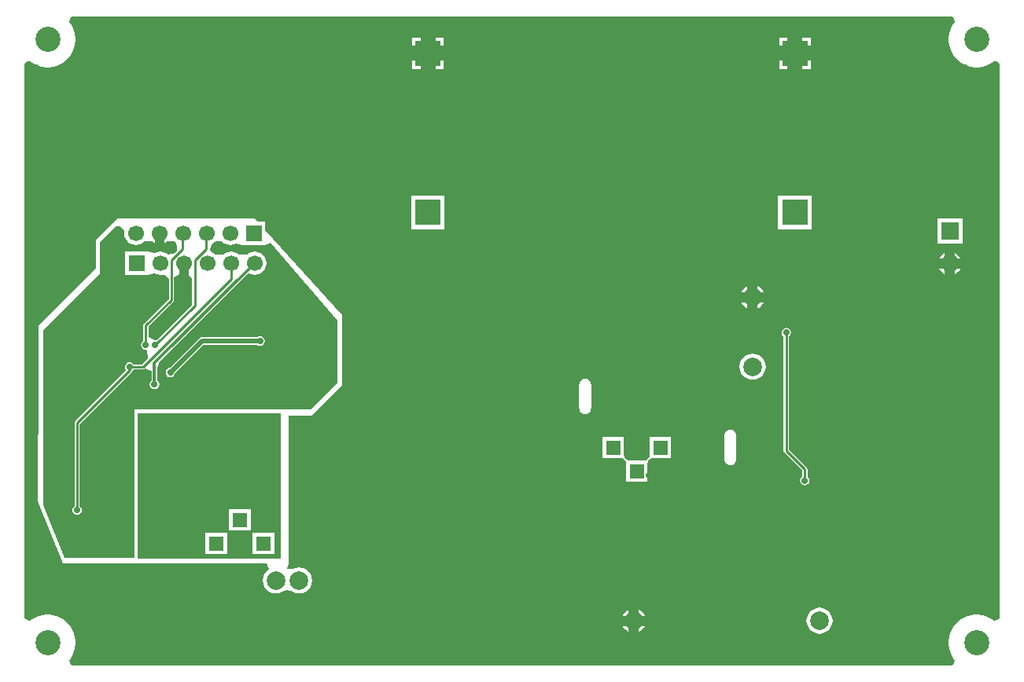
<source format=gbl>
G04 Layer_Physical_Order=2*
G04 Layer_Color=16711680*
%FSLAX43Y43*%
%MOMM*%
G71*
G01*
G75*
%ADD51C,0.500*%
%ADD52C,0.254*%
%ADD54C,0.300*%
%ADD56C,1.900*%
%ADD57R,1.900X1.900*%
%ADD58C,2.000*%
%ADD59R,1.500X1.500*%
%ADD60R,2.800X2.800*%
%ADD61C,2.700*%
%ADD62C,1.700*%
%ADD63R,1.700X1.700*%
%ADD64C,0.700*%
G36*
X150853Y107196D02*
X150927Y106900D01*
X150750Y106670D01*
X150554Y106330D01*
X150403Y105966D01*
X150301Y105587D01*
X150250Y105197D01*
Y104803D01*
X150301Y104413D01*
X150403Y104034D01*
X150554Y103670D01*
X150750Y103330D01*
X150990Y103018D01*
X151268Y102740D01*
X151580Y102500D01*
X151920Y102304D01*
X152284Y102153D01*
X152663Y102051D01*
X153053Y102000D01*
X153447D01*
X153837Y102051D01*
X154216Y102153D01*
X154580Y102304D01*
X154920Y102500D01*
X155150Y102677D01*
X155446Y102603D01*
X155750Y102409D01*
Y42591D01*
X155446Y42397D01*
X155150Y42323D01*
X154920Y42500D01*
X154580Y42696D01*
X154216Y42847D01*
X153837Y42949D01*
X153447Y43000D01*
X153053D01*
X152663Y42949D01*
X152284Y42847D01*
X151920Y42696D01*
X151580Y42500D01*
X151268Y42260D01*
X150990Y41982D01*
X150750Y41670D01*
X150554Y41330D01*
X150403Y40966D01*
X150301Y40587D01*
X150250Y40197D01*
Y39803D01*
X150301Y39413D01*
X150403Y39034D01*
X150554Y38670D01*
X150750Y38330D01*
X150927Y38100D01*
X150853Y37804D01*
X150659Y37500D01*
X55841D01*
X55647Y37804D01*
X55573Y38100D01*
X55750Y38330D01*
X55946Y38670D01*
X56097Y39034D01*
X56199Y39413D01*
X56250Y39803D01*
Y40197D01*
X56199Y40587D01*
X56097Y40966D01*
X55946Y41330D01*
X55750Y41670D01*
X55510Y41982D01*
X55232Y42260D01*
X54920Y42500D01*
X54580Y42696D01*
X54216Y42847D01*
X53837Y42949D01*
X53447Y43000D01*
X53053D01*
X52663Y42949D01*
X52284Y42847D01*
X51920Y42696D01*
X51580Y42500D01*
X51350Y42323D01*
X51054Y42397D01*
X50750Y42591D01*
X50750Y72250D01*
D01*
Y75500D01*
D01*
Y102409D01*
X51054Y102603D01*
X51350Y102677D01*
X51580Y102500D01*
X51920Y102304D01*
X52284Y102153D01*
X52663Y102051D01*
X53053Y102000D01*
X53447D01*
X53837Y102051D01*
X54216Y102153D01*
X54580Y102304D01*
X54920Y102500D01*
X55232Y102740D01*
X55510Y103018D01*
X55750Y103330D01*
X55946Y103670D01*
X56097Y104034D01*
X56199Y104413D01*
X56250Y104803D01*
Y105197D01*
X56199Y105587D01*
X56097Y105966D01*
X55946Y106330D01*
X55750Y106670D01*
X55573Y106900D01*
X55647Y107196D01*
X55841Y107500D01*
X150659D01*
X150853Y107196D01*
D02*
G37*
%LPC*%
G36*
X129143Y71137D02*
X128778Y71089D01*
X128437Y70948D01*
X128145Y70723D01*
X127920Y70431D01*
X127779Y70090D01*
X127731Y69725D01*
X127779Y69360D01*
X127920Y69019D01*
X128145Y68727D01*
X128437Y68502D01*
X128778Y68361D01*
X129143Y68313D01*
X129508Y68361D01*
X129849Y68502D01*
X130142Y68727D01*
X130366Y69019D01*
X130507Y69360D01*
X130555Y69725D01*
X130507Y70090D01*
X130366Y70431D01*
X130142Y70723D01*
X129849Y70948D01*
X129508Y71089D01*
X129143Y71137D01*
D02*
G37*
G36*
X120375Y62170D02*
X118075D01*
Y60410D01*
X118075Y60259D01*
X118047Y60072D01*
X117913Y59792D01*
X117633Y59658D01*
X117447Y59630D01*
X117317Y59630D01*
X116053Y59630D01*
X115924Y59630D01*
X115738Y59658D01*
X115457Y59792D01*
X115323Y60072D01*
X115295Y60259D01*
X115295Y60388D01*
Y62170D01*
X112995D01*
Y59870D01*
X114755D01*
X114907Y59870D01*
X115093Y59842D01*
X115373Y59708D01*
X115507Y59428D01*
X115535Y59241D01*
X115535Y59112D01*
Y57330D01*
X117835D01*
Y59090D01*
X117835Y59241D01*
X117863Y59428D01*
X117997Y59708D01*
X118278Y59842D01*
X118464Y59870D01*
X118593Y59870D01*
X120375D01*
Y62170D01*
D02*
G37*
G36*
X111116Y68415D02*
X110946Y68392D01*
X110788Y68327D01*
X110652Y68223D01*
X110548Y68087D01*
X110483Y67929D01*
X110460Y67759D01*
Y65259D01*
X110483Y65089D01*
X110548Y64931D01*
X110652Y64795D01*
X110788Y64691D01*
X110946Y64626D01*
X111116Y64603D01*
X111286Y64626D01*
X111444Y64691D01*
X111579Y64795D01*
X111684Y64931D01*
X111749Y65089D01*
X111771Y65259D01*
Y67759D01*
X111749Y67929D01*
X111684Y68087D01*
X111579Y68223D01*
X111444Y68327D01*
X111286Y68392D01*
X111116Y68415D01*
D02*
G37*
G36*
X128593Y78404D02*
X128487Y78361D01*
X128216Y78152D01*
X128007Y77881D01*
X127964Y77775D01*
X128593D01*
Y78404D01*
D02*
G37*
G36*
X129693Y78404D02*
Y77775D01*
X130322D01*
X130279Y77881D01*
X130070Y78152D01*
X129799Y78361D01*
X129693Y78404D01*
D02*
G37*
G36*
X130322Y76675D02*
X129693D01*
Y76046D01*
X129799Y76089D01*
X130070Y76298D01*
X130279Y76569D01*
X130322Y76675D01*
D02*
G37*
G36*
X128593D02*
X127964D01*
X128007Y76569D01*
X128216Y76298D01*
X128487Y76089D01*
X128593Y76046D01*
Y76675D01*
D02*
G37*
G36*
X126750Y62931D02*
X126580Y62908D01*
X126422Y62843D01*
X126286Y62739D01*
X126182Y62603D01*
X126117Y62445D01*
X126094Y62275D01*
Y59775D01*
X126117Y59605D01*
X126182Y59447D01*
X126286Y59311D01*
X126422Y59207D01*
X126580Y59142D01*
X126750Y59119D01*
X126920Y59142D01*
X127078Y59207D01*
X127214Y59311D01*
X127318Y59447D01*
X127383Y59605D01*
X127406Y59775D01*
Y62275D01*
X127383Y62445D01*
X127318Y62603D01*
X127214Y62739D01*
X127078Y62843D01*
X126920Y62908D01*
X126750Y62931D01*
D02*
G37*
G36*
X117529Y41800D02*
X116900D01*
Y41171D01*
X117006Y41214D01*
X117277Y41423D01*
X117486Y41694D01*
X117529Y41800D01*
D02*
G37*
G36*
X115800D02*
X115171D01*
X115214Y41694D01*
X115423Y41423D01*
X115694Y41214D01*
X115800Y41171D01*
Y41800D01*
D02*
G37*
G36*
X136350Y43762D02*
X135985Y43714D01*
X135644Y43573D01*
X135352Y43348D01*
X135127Y43056D01*
X134986Y42715D01*
X134938Y42350D01*
X134986Y41985D01*
X135127Y41644D01*
X135352Y41352D01*
X135644Y41127D01*
X135985Y40986D01*
X136350Y40938D01*
X136715Y40986D01*
X137056Y41127D01*
X137348Y41352D01*
X137573Y41644D01*
X137714Y41985D01*
X137762Y42350D01*
X137714Y42715D01*
X137573Y43056D01*
X137348Y43348D01*
X137056Y43573D01*
X136715Y43714D01*
X136350Y43762D01*
D02*
G37*
G36*
X115800Y43529D02*
X115694Y43486D01*
X115423Y43277D01*
X115214Y43006D01*
X115171Y42900D01*
X115800D01*
Y43529D01*
D02*
G37*
G36*
X132775Y73910D02*
X132613Y73878D01*
X132580Y73871D01*
X132580Y73871D01*
X132442Y73779D01*
X132415Y73760D01*
X132415Y73760D01*
X132323Y73623D01*
X132304Y73595D01*
X132304Y73595D01*
X132265Y73400D01*
X132265Y73400D01*
X132272Y73367D01*
X132304Y73205D01*
X132304Y73205D01*
X132415Y73040D01*
X132415Y73040D01*
X132442Y73021D01*
X132493Y72987D01*
Y60997D01*
Y60707D01*
X132493D01*
Y60675D01*
X132514Y60567D01*
X132575Y60475D01*
X132598Y60453D01*
Y60453D01*
X132598Y60453D01*
X132598D01*
X134471Y58579D01*
X134471Y57863D01*
X134444Y57844D01*
X134393Y57810D01*
X134393Y57810D01*
X134301Y57673D01*
X134283Y57645D01*
X134283Y57645D01*
X134244Y57450D01*
X134244Y57450D01*
X134283Y57255D01*
X134283Y57255D01*
X134301Y57227D01*
X134393Y57090D01*
X134393Y57090D01*
X134559Y56979D01*
X134559Y56979D01*
X134591Y56972D01*
X134754Y56940D01*
X134916Y56972D01*
X134949Y56979D01*
X134949Y56979D01*
X135086Y57071D01*
X135114Y57090D01*
X135114Y57090D01*
X135206Y57227D01*
X135225Y57255D01*
X135225Y57255D01*
X135263Y57450D01*
X135263Y57450D01*
X135257Y57483D01*
X135225Y57645D01*
X135225Y57645D01*
X135114Y57810D01*
X135114Y57810D01*
X135086Y57829D01*
X135036Y57863D01*
Y58664D01*
X135036Y58696D01*
X135015Y58804D01*
X134953Y58896D01*
X134854Y58996D01*
X133057Y60792D01*
X133057Y61024D01*
Y72987D01*
X133085Y73006D01*
X133135Y73040D01*
X133135Y73040D01*
X133227Y73177D01*
X133246Y73205D01*
X133246Y73205D01*
X133285Y73400D01*
X133285Y73400D01*
X133246Y73595D01*
X133246Y73595D01*
X133227Y73623D01*
X133135Y73760D01*
X133135Y73760D01*
X132970Y73871D01*
X132970Y73871D01*
X132937Y73878D01*
X132775Y73910D01*
D02*
G37*
G36*
X60700Y85700D02*
X58425Y83425D01*
X58425Y80373D01*
X52765Y74713D01*
X52250Y74083D01*
Y69500D01*
X52244D01*
X52224Y55185D01*
X54902Y48500D01*
X62250Y48500D01*
X76840Y48500D01*
X77087Y47962D01*
X77082Y47900D01*
X76820Y47698D01*
X76595Y47406D01*
X76454Y47065D01*
X76406Y46700D01*
X76454Y46335D01*
X76595Y45994D01*
X76820Y45702D01*
X77112Y45477D01*
X77453Y45336D01*
X77818Y45288D01*
X78184Y45336D01*
X78524Y45477D01*
X78657Y45579D01*
X79068Y45655D01*
X79479Y45579D01*
X79612Y45477D01*
X79953Y45336D01*
X80318Y45288D01*
X80684Y45336D01*
X81024Y45477D01*
X81317Y45702D01*
X81541Y45994D01*
X81682Y46335D01*
X81730Y46700D01*
X81682Y47065D01*
X81541Y47406D01*
X81317Y47698D01*
X81024Y47923D01*
X80684Y48064D01*
X80318Y48112D01*
X79953Y48064D01*
X79612Y47923D01*
X79586Y47903D01*
X78986Y47961D01*
X79179Y48500D01*
X79179D01*
X79179Y64425D01*
X81675Y64425D01*
X84975Y67725D01*
Y75254D01*
X76698Y84453D01*
Y85350D01*
X75891D01*
X75576Y85700D01*
X60700Y85700D01*
D02*
G37*
G36*
X116900Y43529D02*
Y42900D01*
X117529D01*
X117486Y43006D01*
X117277Y43277D01*
X117006Y43486D01*
X116900Y43529D01*
D02*
G37*
G36*
X95900Y102695D02*
X95000D01*
Y101795D01*
X95900D01*
Y102695D01*
D02*
G37*
G36*
X132900D02*
X132000D01*
Y101795D01*
X132900D01*
Y102695D01*
D02*
G37*
G36*
X135500Y88150D02*
X131900D01*
Y84550D01*
X135500D01*
Y88150D01*
D02*
G37*
G36*
X93400Y102695D02*
X92500D01*
Y101795D01*
X93400D01*
Y102695D01*
D02*
G37*
G36*
X135400D02*
X134500D01*
Y101795D01*
X135400D01*
Y102695D01*
D02*
G37*
G36*
Y105195D02*
X134500D01*
Y104295D01*
X135400D01*
Y105195D01*
D02*
G37*
G36*
X95900D02*
X95000D01*
Y104295D01*
X95900D01*
Y105195D01*
D02*
G37*
G36*
X93400D02*
X92500D01*
Y104295D01*
X93400D01*
Y105195D01*
D02*
G37*
G36*
X132900D02*
X132000D01*
Y104295D01*
X132900D01*
Y105195D01*
D02*
G37*
G36*
X151500Y80300D02*
X150925D01*
Y79725D01*
X151005Y79758D01*
X151267Y79958D01*
X151467Y80220D01*
X151500Y80300D01*
D02*
G37*
G36*
X149825Y81975D02*
X149745Y81942D01*
X149483Y81742D01*
X149283Y81480D01*
X149250Y81400D01*
X149825D01*
Y81975D01*
D02*
G37*
G36*
X150925D02*
Y81400D01*
X151500D01*
X151467Y81480D01*
X151267Y81742D01*
X151005Y81942D01*
X150925Y81975D01*
D02*
G37*
G36*
X96000Y88150D02*
X92400D01*
Y84550D01*
X96000D01*
Y88150D01*
D02*
G37*
G36*
X149825Y80300D02*
X149250D01*
X149283Y80220D01*
X149483Y79958D01*
X149745Y79758D01*
X149825Y79725D01*
Y80300D01*
D02*
G37*
G36*
X151725Y85700D02*
X149025D01*
Y83000D01*
X151725D01*
Y85700D01*
D02*
G37*
%LPD*%
G36*
X68410Y79592D02*
X68805Y79270D01*
Y76434D01*
X68759Y76388D01*
X64937Y72566D01*
X64845Y72585D01*
X64807Y72577D01*
X64299Y72856D01*
X64107Y73025D01*
Y74047D01*
X66676Y76616D01*
X66788Y76728D01*
X66788Y76728D01*
X66849Y76819D01*
X66870Y76927D01*
Y77113D01*
Y79341D01*
X66986Y79475D01*
X67410Y79690D01*
Y80875D01*
X68410D01*
Y79592D01*
D02*
G37*
G36*
X61004Y84828D02*
X61531Y84426D01*
X61488Y84100D01*
X61531Y83774D01*
X61657Y83470D01*
X61857Y83208D01*
X62118Y83008D01*
X62422Y82882D01*
X62748Y82839D01*
X63075Y82882D01*
X63379Y83008D01*
X63640Y83208D01*
X63658Y83232D01*
X63732Y83266D01*
X64422Y83288D01*
X64507Y83250D01*
X64708Y83095D01*
X64788Y83062D01*
Y84100D01*
X65788D01*
Y83062D01*
X65868Y83095D01*
X66070Y83250D01*
X66155Y83288D01*
X66845Y83266D01*
X66919Y83232D01*
X66937Y83208D01*
X67111Y83075D01*
X67205Y82664D01*
X67215Y82244D01*
X66967Y81996D01*
X66262Y81767D01*
X66000Y81967D01*
X65696Y82093D01*
X65370Y82136D01*
X65044Y82093D01*
X64740Y81967D01*
X64080Y82125D01*
X63871Y82125D01*
X61580D01*
Y79625D01*
X63871D01*
X64080Y79625D01*
X64740Y79783D01*
X65044Y79657D01*
X65370Y79614D01*
X65605Y79645D01*
X65778Y79593D01*
X66305Y79174D01*
Y77044D01*
X63737Y74476D01*
X63625Y74364D01*
X63564Y74272D01*
X63543Y74164D01*
X63543Y74164D01*
Y72488D01*
X63465Y72435D01*
X63465Y72435D01*
X63354Y72270D01*
X63354Y72270D01*
X63315Y72075D01*
X63315Y72075D01*
X63354Y71880D01*
Y71880D01*
X63465Y71715D01*
X63465Y71715D01*
X63465Y71715D01*
X63630Y71604D01*
X63630Y71604D01*
X63630D01*
X63825Y71565D01*
X63825Y71565D01*
X63901Y71580D01*
X63981Y71507D01*
X64055Y70628D01*
X63409Y69982D01*
X62488Y69982D01*
X62435Y70060D01*
X62270Y70171D01*
X62075Y70210D01*
X62075Y70210D01*
X61880Y70171D01*
X61880D01*
X61715Y70060D01*
X61604Y69895D01*
X61604Y69895D01*
X61565Y69700D01*
X61565Y69700D01*
X61604Y69505D01*
X61705Y69354D01*
X61582Y69231D01*
X56436Y64085D01*
X56225Y63875D01*
X56164Y63783D01*
X56143Y63675D01*
X56143Y63675D01*
Y63325D01*
Y54688D01*
X56065Y54635D01*
X55954Y54470D01*
X55915Y54275D01*
X55954Y54080D01*
Y54080D01*
X56065Y53915D01*
X56230Y53804D01*
X56230D01*
X56425Y53765D01*
X56620Y53804D01*
X56785Y53915D01*
X56785Y53915D01*
X56896Y54080D01*
X56896Y54080D01*
X56935Y54275D01*
X56896Y54470D01*
X56896Y54470D01*
X56824Y54578D01*
X56785Y54635D01*
X56707Y54688D01*
Y63339D01*
X56707Y63558D01*
X56872Y63723D01*
X61995Y68845D01*
X62275Y69125D01*
X62336Y69217D01*
X62349Y69282D01*
X62385Y69306D01*
X62435Y69340D01*
X62435Y69340D01*
X62488Y69418D01*
X63526D01*
X63526Y69418D01*
X63634Y69439D01*
X63726Y69500D01*
X63754Y69528D01*
X64366Y69275D01*
X64454Y69238D01*
Y68217D01*
X64400Y68180D01*
X64289Y68015D01*
X64250Y67820D01*
X64289Y67625D01*
Y67625D01*
X64400Y67459D01*
X64565Y67349D01*
X64565D01*
X64760Y67310D01*
X64955Y67349D01*
X65121Y67459D01*
X65121Y67459D01*
X65231Y67625D01*
X65231Y67625D01*
X65270Y67820D01*
X65231Y68015D01*
X65231Y68015D01*
X65132Y68163D01*
X65121Y68180D01*
X65066Y68217D01*
Y69541D01*
X65252Y70164D01*
X73478Y78391D01*
X73478Y78391D01*
X73478Y78391D01*
X74879Y79791D01*
X74900Y79783D01*
X74957Y79760D01*
X75204Y79657D01*
X75530Y79614D01*
X75856Y79657D01*
X76160Y79783D01*
X76422Y79983D01*
X76622Y80245D01*
X76748Y80549D01*
X76791Y80875D01*
X76748Y81201D01*
X76622Y81505D01*
X76422Y81767D01*
X76160Y81967D01*
X75856Y82093D01*
X75530Y82136D01*
X75204Y82093D01*
X74900Y81967D01*
X74693Y81809D01*
X74608Y81767D01*
X73912D01*
X73827Y81809D01*
X73620Y81967D01*
X73316Y82093D01*
X72990Y82136D01*
X72664Y82093D01*
X72360Y81967D01*
X72153Y81809D01*
X72068Y81767D01*
X71372D01*
X71287Y81809D01*
X71080Y81967D01*
X70776Y82187D01*
X70754Y82375D01*
X70955Y82990D01*
X70999Y83008D01*
X71205Y83166D01*
X71290Y83208D01*
X71987D01*
X72072Y83166D01*
X72278Y83008D01*
X72582Y82882D01*
X72908Y82839D01*
X73235Y82882D01*
X73539Y83008D01*
X74198Y82850D01*
Y82850D01*
X76698D01*
Y82850D01*
X77223Y83047D01*
X84475Y74725D01*
Y67975D01*
X81600Y65100D01*
X62590Y65100D01*
X62590Y49125D01*
X55026D01*
X52750Y54788D01*
Y73650D01*
X53225Y74125D01*
X58850Y79750D01*
X58850Y83175D01*
X60572Y84897D01*
X61004Y84828D01*
D02*
G37*
G36*
X78365Y49025D02*
X62900Y49025D01*
X62900Y64725D01*
X78365D01*
Y49025D01*
D02*
G37*
%LPC*%
G36*
X76122Y73010D02*
X75927Y72971D01*
X75927Y72971D01*
X75833Y72908D01*
X69854D01*
X69854Y72908D01*
X69698Y72877D01*
X69565Y72788D01*
X66381Y69604D01*
X66270Y69582D01*
X66270Y69582D01*
X66104Y69472D01*
X66104Y69472D01*
X65994Y69306D01*
X65955Y69111D01*
X65955Y69111D01*
X65994Y68916D01*
X66104Y68751D01*
X66270Y68640D01*
X66465Y68601D01*
X66465Y68601D01*
X66660Y68640D01*
X66825Y68751D01*
X66825Y68751D01*
X66936Y68916D01*
X66936Y68916D01*
X66958Y69028D01*
X70023Y72092D01*
X75833D01*
X75927Y72029D01*
X75927Y72029D01*
X76122Y71990D01*
X76122Y71990D01*
X76318Y72029D01*
X76483Y72140D01*
X76483Y72140D01*
X76593Y72305D01*
X76593Y72305D01*
X76632Y72500D01*
X76632Y72500D01*
X76593Y72695D01*
X76483Y72860D01*
X76483Y72860D01*
X76318Y72971D01*
X76318Y72971D01*
X76122Y73010D01*
X76122Y73010D01*
D02*
G37*
G36*
X75100Y54370D02*
X72800D01*
Y52070D01*
X75100D01*
Y54370D01*
D02*
G37*
G36*
X77640Y51830D02*
X75340D01*
Y49530D01*
X77640D01*
Y51830D01*
D02*
G37*
G36*
X72560D02*
X70260D01*
Y49530D01*
X72560D01*
Y51830D01*
D02*
G37*
%LPD*%
D51*
X66465Y69111D02*
X69854Y72500D01*
X76122D01*
D52*
X66588Y76927D02*
Y81217D01*
X63825Y74164D02*
X66588Y76927D01*
X63825Y72075D02*
Y74164D01*
X63526Y69700D02*
X72990Y79164D01*
X62075Y69700D02*
X63526D01*
X72990Y79164D02*
Y80875D01*
X62075Y69325D02*
Y69700D01*
X56425Y63675D02*
X62075Y69325D01*
X56425Y54275D02*
Y63675D01*
X132775Y60675D02*
Y73400D01*
Y60675D02*
X134754Y58696D01*
Y57450D02*
Y58696D01*
X69087Y81177D02*
X70335Y82425D01*
X66588Y81217D02*
X67795Y82425D01*
Y83475D01*
X70335Y82425D02*
Y83475D01*
X64845Y72075D02*
X69087Y76317D01*
Y81177D01*
D54*
X64760Y67820D02*
Y70105D01*
X75530Y80875D01*
D56*
X150375Y80850D02*
D03*
D57*
Y84350D02*
D03*
D58*
X129143Y69725D02*
D03*
Y77225D02*
D03*
X136350Y42350D02*
D03*
X116350D02*
D03*
X77818Y46700D02*
D03*
X80318D02*
D03*
D59*
X119225Y61020D02*
D03*
X116685Y58480D02*
D03*
X114145Y61020D02*
D03*
X71410Y50680D02*
D03*
X73950Y53220D02*
D03*
X76490Y50680D02*
D03*
D60*
X94200Y103495D02*
D03*
Y86350D02*
D03*
X133700Y103495D02*
D03*
Y86350D02*
D03*
D61*
X53250Y40000D02*
D03*
X153250D02*
D03*
Y105000D02*
D03*
X53250D02*
D03*
D62*
X75530Y80875D02*
D03*
X67910D02*
D03*
X65370D02*
D03*
X70450D02*
D03*
X72990D02*
D03*
X65288Y84100D02*
D03*
X67828D02*
D03*
X72908D02*
D03*
X70368D02*
D03*
X62748D02*
D03*
D63*
X62830Y80875D02*
D03*
X75448Y84100D02*
D03*
D64*
X86463Y81690D02*
D03*
X140200Y54875D02*
D03*
X138100D02*
D03*
X133375Y58694D02*
D03*
X138200Y58625D02*
D03*
X136000Y58664D02*
D03*
X131375Y58650D02*
D03*
X128875Y58320D02*
D03*
X56000Y50000D02*
D03*
X82000Y70000D02*
D03*
X80000Y78000D02*
D03*
X81000Y72000D02*
D03*
X79000Y80000D02*
D03*
Y68000D02*
D03*
X77000Y80000D02*
D03*
X74000Y78000D02*
D03*
Y74000D02*
D03*
X73000Y76000D02*
D03*
X72000Y66000D02*
D03*
X62000Y54000D02*
D03*
X59000Y56000D02*
D03*
X56000Y70000D02*
D03*
X54000D02*
D03*
Y62000D02*
D03*
X74625Y63903D02*
D03*
X71325D02*
D03*
X77198D02*
D03*
X68448D02*
D03*
X68475Y62581D02*
D03*
X63725Y59800D02*
D03*
X63822Y56950D02*
D03*
X69500Y49675D02*
D03*
X74650Y51300D02*
D03*
X73312Y51325D02*
D03*
X77600Y52975D02*
D03*
X77615Y55425D02*
D03*
X77600Y56841D02*
D03*
X76000Y62000D02*
D03*
X74000D02*
D03*
X75000Y56000D02*
D03*
X74000Y50000D02*
D03*
X72000Y62000D02*
D03*
Y58000D02*
D03*
X73000Y56000D02*
D03*
X72000Y54000D02*
D03*
X70000Y62000D02*
D03*
X71000Y56000D02*
D03*
X70000Y54000D02*
D03*
X69000Y56000D02*
D03*
X66000Y54000D02*
D03*
X67000Y52000D02*
D03*
X65000Y60000D02*
D03*
X64000Y54000D02*
D03*
X65000Y52000D02*
D03*
X64000Y50000D02*
D03*
X66465Y69111D02*
D03*
X76122Y72500D02*
D03*
X62237Y75651D02*
D03*
X66545Y70700D02*
D03*
X62075Y69700D02*
D03*
X82336Y66688D02*
D03*
X78675Y66880D02*
D03*
X80902Y66983D02*
D03*
X72500Y67075D02*
D03*
X73200Y66000D02*
D03*
X70165Y67450D02*
D03*
X79023Y69539D02*
D03*
X71080Y69234D02*
D03*
X111896Y80979D02*
D03*
X123375Y55450D02*
D03*
X124200Y52925D02*
D03*
X81250Y77500D02*
D03*
X135375Y55175D02*
D03*
X134490Y56025D02*
D03*
X57500Y55000D02*
D03*
Y50000D02*
D03*
X132775Y73400D02*
D03*
X59825Y47675D02*
D03*
X66332Y51100D02*
D03*
X63825Y72075D02*
D03*
X64940Y49757D02*
D03*
X67725D02*
D03*
X67725Y47742D02*
D03*
X64940D02*
D03*
X56425Y54275D02*
D03*
X79400Y66000D02*
D03*
X79145Y77600D02*
D03*
X134754Y57450D02*
D03*
X51275Y77450D02*
D03*
X52375Y78650D02*
D03*
X51337Y82300D02*
D03*
X53350D02*
D03*
X52325D02*
D03*
X51275Y78650D02*
D03*
X54242Y90575D02*
D03*
X51275Y91800D02*
D03*
X52078Y92700D02*
D03*
X51200Y52975D02*
D03*
X52425D02*
D03*
X51200Y54200D02*
D03*
X51250Y51325D02*
D03*
X52500Y51350D02*
D03*
X66111Y45875D02*
D03*
X140750Y42971D02*
D03*
X143400Y43011D02*
D03*
X55000Y64000D02*
D03*
X54000Y66000D02*
D03*
Y74000D02*
D03*
X58000Y54000D02*
D03*
Y62000D02*
D03*
X60000Y54000D02*
D03*
X64000Y78000D02*
D03*
X68000D02*
D03*
X75000Y76000D02*
D03*
X78000Y66000D02*
D03*
X58405Y64675D02*
D03*
X63975Y68946D02*
D03*
X62962Y68000D02*
D03*
X64760Y67820D02*
D03*
X66179Y67986D02*
D03*
X74300Y77095D02*
D03*
X64845Y72075D02*
D03*
X58579Y77350D02*
D03*
X56950Y75755D02*
D03*
X81000Y62475D02*
D03*
X82679Y63903D02*
D03*
X80450Y56090D02*
D03*
X83450Y84897D02*
D03*
X89500Y77146D02*
D03*
X130701Y52196D02*
D03*
X121185Y49100D02*
D03*
X145381Y92700D02*
D03*
X147725Y92692D02*
D03*
X150870Y92714D02*
D03*
X53000Y44000D02*
D03*
Y48000D02*
D03*
Y52000D02*
D03*
X52000Y94000D02*
D03*
Y98000D02*
D03*
X53000Y100000D02*
D03*
X52000Y102000D02*
D03*
X55000Y44000D02*
D03*
Y48000D02*
D03*
X54000Y98000D02*
D03*
X55000Y100000D02*
D03*
X56000Y38000D02*
D03*
X57000Y40000D02*
D03*
X56000Y42000D02*
D03*
X57000Y44000D02*
D03*
X56000Y46000D02*
D03*
X57000Y48000D02*
D03*
X56000Y98000D02*
D03*
X57000Y100000D02*
D03*
X56000Y102000D02*
D03*
X57000Y104000D02*
D03*
X58000Y38000D02*
D03*
X59000Y40000D02*
D03*
X58000Y42000D02*
D03*
X59000Y44000D02*
D03*
X58000Y46000D02*
D03*
X59000Y48000D02*
D03*
Y100000D02*
D03*
X58000Y102000D02*
D03*
X59000Y104000D02*
D03*
X58000Y106000D02*
D03*
X60000Y38000D02*
D03*
X61000Y40000D02*
D03*
X60000Y42000D02*
D03*
X61000Y44000D02*
D03*
Y48000D02*
D03*
Y92000D02*
D03*
X60000Y102000D02*
D03*
X61000Y104000D02*
D03*
X60000Y106000D02*
D03*
X62000Y38000D02*
D03*
X63000Y40000D02*
D03*
X62000Y42000D02*
D03*
X63000Y44000D02*
D03*
Y48000D02*
D03*
X62000Y86000D02*
D03*
X63000Y88000D02*
D03*
X62000Y90000D02*
D03*
X63000Y92000D02*
D03*
X62000Y94000D02*
D03*
X63000Y104000D02*
D03*
X62000Y106000D02*
D03*
X64000Y38000D02*
D03*
X65000Y40000D02*
D03*
X64000Y42000D02*
D03*
X65000Y44000D02*
D03*
X64000Y46000D02*
D03*
Y86000D02*
D03*
X65000Y88000D02*
D03*
X64000Y90000D02*
D03*
X65000Y92000D02*
D03*
X64000Y94000D02*
D03*
X65000Y104000D02*
D03*
X64000Y106000D02*
D03*
X66000Y38000D02*
D03*
X67000Y40000D02*
D03*
X66000Y42000D02*
D03*
X67000Y44000D02*
D03*
X66000Y86000D02*
D03*
X67000Y88000D02*
D03*
X66000Y90000D02*
D03*
X67000Y92000D02*
D03*
X66000Y94000D02*
D03*
X67000Y104000D02*
D03*
X66000Y106000D02*
D03*
X68000Y38000D02*
D03*
X69000Y40000D02*
D03*
X68000Y42000D02*
D03*
X69000Y44000D02*
D03*
X68000Y46000D02*
D03*
X69000Y48000D02*
D03*
X68000Y86000D02*
D03*
X69000Y88000D02*
D03*
X68000Y90000D02*
D03*
X69000Y92000D02*
D03*
Y104000D02*
D03*
X68000Y106000D02*
D03*
X70000Y38000D02*
D03*
X71000Y40000D02*
D03*
X70000Y42000D02*
D03*
X71000Y44000D02*
D03*
X70000Y46000D02*
D03*
X71000Y48000D02*
D03*
X70000Y86000D02*
D03*
X71000Y88000D02*
D03*
X70000Y90000D02*
D03*
X71000Y104000D02*
D03*
X70000Y106000D02*
D03*
X72000Y38000D02*
D03*
X73000Y40000D02*
D03*
X72000Y42000D02*
D03*
X73000Y44000D02*
D03*
X72000Y46000D02*
D03*
X73000Y48000D02*
D03*
X72000Y86000D02*
D03*
X73000Y104000D02*
D03*
X72000Y106000D02*
D03*
X74000Y38000D02*
D03*
Y42000D02*
D03*
Y46000D02*
D03*
Y86000D02*
D03*
X75000Y104000D02*
D03*
X74000Y106000D02*
D03*
X76000Y38000D02*
D03*
X77000Y104000D02*
D03*
X76000Y106000D02*
D03*
X78000Y38000D02*
D03*
X79000Y88000D02*
D03*
Y104000D02*
D03*
X78000Y106000D02*
D03*
X80000Y38000D02*
D03*
Y62000D02*
D03*
X81000Y88000D02*
D03*
X80000Y90000D02*
D03*
Y98000D02*
D03*
X81000Y104000D02*
D03*
X80000Y106000D02*
D03*
X82000Y38000D02*
D03*
Y50000D02*
D03*
Y62000D02*
D03*
X83000Y88000D02*
D03*
X82000Y90000D02*
D03*
Y98000D02*
D03*
X84000Y38000D02*
D03*
X85000Y52000D02*
D03*
X84000Y62000D02*
D03*
X85000Y64000D02*
D03*
X84000Y66000D02*
D03*
X85000Y88000D02*
D03*
X84000Y90000D02*
D03*
Y98000D02*
D03*
X85000Y104000D02*
D03*
X84000Y106000D02*
D03*
X86000Y38000D02*
D03*
X87000Y52000D02*
D03*
X86000Y62000D02*
D03*
X87000Y64000D02*
D03*
X86000Y66000D02*
D03*
X87000Y88000D02*
D03*
X86000Y90000D02*
D03*
Y98000D02*
D03*
X87000Y104000D02*
D03*
X86000Y106000D02*
D03*
X88000Y38000D02*
D03*
X89000Y52000D02*
D03*
Y56000D02*
D03*
X88000Y58000D02*
D03*
Y62000D02*
D03*
X89000Y64000D02*
D03*
Y84000D02*
D03*
Y88000D02*
D03*
X88000Y90000D02*
D03*
X89000Y104000D02*
D03*
X88000Y106000D02*
D03*
X90000Y38000D02*
D03*
X91000Y52000D02*
D03*
X90000Y54000D02*
D03*
Y62000D02*
D03*
X91000Y64000D02*
D03*
Y84000D02*
D03*
Y88000D02*
D03*
X90000Y90000D02*
D03*
X91000Y104000D02*
D03*
X90000Y106000D02*
D03*
X92000Y38000D02*
D03*
X93000Y52000D02*
D03*
Y80000D02*
D03*
Y84000D02*
D03*
X92000Y90000D02*
D03*
Y98000D02*
D03*
Y106000D02*
D03*
X94000Y38000D02*
D03*
Y54000D02*
D03*
X95000Y56000D02*
D03*
Y84000D02*
D03*
X94000Y90000D02*
D03*
Y98000D02*
D03*
Y106000D02*
D03*
X96000Y38000D02*
D03*
X97000Y56000D02*
D03*
X96000Y58000D02*
D03*
Y62000D02*
D03*
Y78000D02*
D03*
Y82000D02*
D03*
X97000Y84000D02*
D03*
Y88000D02*
D03*
X96000Y90000D02*
D03*
Y98000D02*
D03*
X97000Y104000D02*
D03*
X96000Y106000D02*
D03*
X98000Y38000D02*
D03*
Y58000D02*
D03*
Y66000D02*
D03*
Y82000D02*
D03*
X99000Y84000D02*
D03*
X98000Y86000D02*
D03*
X99000Y88000D02*
D03*
X98000Y90000D02*
D03*
Y98000D02*
D03*
X99000Y104000D02*
D03*
X98000Y106000D02*
D03*
X100000Y38000D02*
D03*
Y82000D02*
D03*
X101000Y84000D02*
D03*
X100000Y86000D02*
D03*
X101000Y88000D02*
D03*
X100000Y90000D02*
D03*
Y98000D02*
D03*
X101000Y104000D02*
D03*
X100000Y106000D02*
D03*
X102000Y38000D02*
D03*
Y78000D02*
D03*
X103000Y80000D02*
D03*
X102000Y82000D02*
D03*
X103000Y84000D02*
D03*
X102000Y86000D02*
D03*
X103000Y88000D02*
D03*
X102000Y90000D02*
D03*
Y98000D02*
D03*
X103000Y104000D02*
D03*
X102000Y106000D02*
D03*
X104000Y38000D02*
D03*
X105000Y80000D02*
D03*
X104000Y82000D02*
D03*
X105000Y84000D02*
D03*
X104000Y86000D02*
D03*
X105000Y88000D02*
D03*
X104000Y98000D02*
D03*
X105000Y104000D02*
D03*
X104000Y106000D02*
D03*
X106000Y38000D02*
D03*
X107000Y64000D02*
D03*
Y68000D02*
D03*
Y72000D02*
D03*
X106000Y78000D02*
D03*
X107000Y80000D02*
D03*
X106000Y82000D02*
D03*
X107000Y84000D02*
D03*
X106000Y86000D02*
D03*
Y98000D02*
D03*
X107000Y104000D02*
D03*
X106000Y106000D02*
D03*
X108000Y38000D02*
D03*
Y70000D02*
D03*
X109000Y72000D02*
D03*
X108000Y74000D02*
D03*
X109000Y76000D02*
D03*
Y80000D02*
D03*
X108000Y82000D02*
D03*
X109000Y84000D02*
D03*
X108000Y98000D02*
D03*
X109000Y104000D02*
D03*
X108000Y106000D02*
D03*
X110000Y38000D02*
D03*
Y70000D02*
D03*
X111000Y72000D02*
D03*
X110000Y74000D02*
D03*
X111000Y76000D02*
D03*
X110000Y78000D02*
D03*
X111000Y80000D02*
D03*
X110000Y82000D02*
D03*
Y98000D02*
D03*
X111000Y104000D02*
D03*
X110000Y106000D02*
D03*
X112000Y38000D02*
D03*
X113000Y40000D02*
D03*
Y44000D02*
D03*
Y48000D02*
D03*
Y56000D02*
D03*
Y64000D02*
D03*
X112000Y74000D02*
D03*
X113000Y76000D02*
D03*
X112000Y78000D02*
D03*
X113000Y80000D02*
D03*
X112000Y98000D02*
D03*
X113000Y104000D02*
D03*
X112000Y106000D02*
D03*
X114000Y38000D02*
D03*
X115000Y40000D02*
D03*
X114000Y42000D02*
D03*
X115000Y44000D02*
D03*
X114000Y46000D02*
D03*
X115000Y48000D02*
D03*
X114000Y50000D02*
D03*
X115000Y52000D02*
D03*
Y64000D02*
D03*
X114000Y78000D02*
D03*
Y98000D02*
D03*
X115000Y104000D02*
D03*
X114000Y106000D02*
D03*
X116000Y38000D02*
D03*
X117000Y40000D02*
D03*
Y44000D02*
D03*
Y56000D02*
D03*
Y60000D02*
D03*
X116000Y62000D02*
D03*
X117000Y64000D02*
D03*
X116000Y98000D02*
D03*
X117000Y104000D02*
D03*
X116000Y106000D02*
D03*
X118000Y38000D02*
D03*
X119000Y40000D02*
D03*
X118000Y42000D02*
D03*
X119000Y44000D02*
D03*
Y56000D02*
D03*
X118000Y58000D02*
D03*
X119000Y64000D02*
D03*
X118000Y98000D02*
D03*
X119000Y104000D02*
D03*
X118000Y106000D02*
D03*
X120000Y38000D02*
D03*
X121000Y40000D02*
D03*
X120000Y42000D02*
D03*
X121000Y44000D02*
D03*
Y48000D02*
D03*
Y56000D02*
D03*
X120000Y58000D02*
D03*
X121000Y60000D02*
D03*
Y64000D02*
D03*
X120000Y78000D02*
D03*
X121000Y80000D02*
D03*
X120000Y82000D02*
D03*
X121000Y84000D02*
D03*
X120000Y86000D02*
D03*
X121000Y88000D02*
D03*
X120000Y90000D02*
D03*
X121000Y92000D02*
D03*
X120000Y94000D02*
D03*
X121000Y96000D02*
D03*
X120000Y98000D02*
D03*
X121000Y104000D02*
D03*
X120000Y106000D02*
D03*
X122000Y38000D02*
D03*
X123000Y40000D02*
D03*
X122000Y42000D02*
D03*
X123000Y44000D02*
D03*
Y48000D02*
D03*
Y56000D02*
D03*
X122000Y58000D02*
D03*
X123000Y60000D02*
D03*
X122000Y62000D02*
D03*
X123000Y64000D02*
D03*
X122000Y78000D02*
D03*
X123000Y80000D02*
D03*
X122000Y82000D02*
D03*
X123000Y84000D02*
D03*
X122000Y86000D02*
D03*
X123000Y88000D02*
D03*
X122000Y90000D02*
D03*
X123000Y92000D02*
D03*
X122000Y94000D02*
D03*
X123000Y96000D02*
D03*
X122000Y98000D02*
D03*
X123000Y104000D02*
D03*
X122000Y106000D02*
D03*
X124000Y38000D02*
D03*
X125000Y40000D02*
D03*
X124000Y42000D02*
D03*
X125000Y44000D02*
D03*
Y48000D02*
D03*
X124000Y54000D02*
D03*
Y58000D02*
D03*
Y62000D02*
D03*
X125000Y64000D02*
D03*
X124000Y78000D02*
D03*
X125000Y80000D02*
D03*
X124000Y82000D02*
D03*
X125000Y84000D02*
D03*
X124000Y86000D02*
D03*
X125000Y88000D02*
D03*
X124000Y90000D02*
D03*
X125000Y92000D02*
D03*
X124000Y94000D02*
D03*
X125000Y96000D02*
D03*
X124000Y98000D02*
D03*
X125000Y104000D02*
D03*
X124000Y106000D02*
D03*
X126000Y38000D02*
D03*
X127000Y40000D02*
D03*
X126000Y42000D02*
D03*
X127000Y44000D02*
D03*
Y48000D02*
D03*
Y64000D02*
D03*
X126000Y78000D02*
D03*
X127000Y80000D02*
D03*
X126000Y82000D02*
D03*
X127000Y84000D02*
D03*
X126000Y86000D02*
D03*
X127000Y88000D02*
D03*
X126000Y90000D02*
D03*
X127000Y92000D02*
D03*
X126000Y94000D02*
D03*
X127000Y96000D02*
D03*
X126000Y98000D02*
D03*
X127000Y104000D02*
D03*
X126000Y106000D02*
D03*
X128000Y38000D02*
D03*
X129000Y40000D02*
D03*
X128000Y42000D02*
D03*
X129000Y44000D02*
D03*
Y80000D02*
D03*
X128000Y82000D02*
D03*
X129000Y84000D02*
D03*
X128000Y86000D02*
D03*
X129000Y88000D02*
D03*
X128000Y90000D02*
D03*
X129000Y92000D02*
D03*
X128000Y94000D02*
D03*
X129000Y96000D02*
D03*
Y104000D02*
D03*
X128000Y106000D02*
D03*
X130000Y38000D02*
D03*
X131000Y40000D02*
D03*
X130000Y42000D02*
D03*
X131000Y44000D02*
D03*
Y80000D02*
D03*
X130000Y82000D02*
D03*
X131000Y84000D02*
D03*
X130000Y86000D02*
D03*
Y90000D02*
D03*
Y94000D02*
D03*
X131000Y104000D02*
D03*
X130000Y106000D02*
D03*
X132000Y38000D02*
D03*
X133000Y40000D02*
D03*
X132000Y42000D02*
D03*
X133000Y44000D02*
D03*
Y48000D02*
D03*
X132000Y70000D02*
D03*
Y78000D02*
D03*
X133000Y80000D02*
D03*
X132000Y82000D02*
D03*
X133000Y84000D02*
D03*
X132000Y106000D02*
D03*
X134000Y38000D02*
D03*
Y42000D02*
D03*
X135000Y48000D02*
D03*
X134000Y54000D02*
D03*
X135000Y68000D02*
D03*
X134000Y70000D02*
D03*
Y78000D02*
D03*
X135000Y80000D02*
D03*
X134000Y82000D02*
D03*
X135000Y84000D02*
D03*
X134000Y106000D02*
D03*
X136000Y38000D02*
D03*
X137000Y48000D02*
D03*
X136000Y66000D02*
D03*
X137000Y68000D02*
D03*
X136000Y70000D02*
D03*
Y78000D02*
D03*
X137000Y80000D02*
D03*
X136000Y82000D02*
D03*
X137000Y100000D02*
D03*
Y104000D02*
D03*
X136000Y106000D02*
D03*
X138000Y38000D02*
D03*
Y66000D02*
D03*
X139000Y68000D02*
D03*
X138000Y70000D02*
D03*
Y78000D02*
D03*
X139000Y80000D02*
D03*
X138000Y82000D02*
D03*
X139000Y84000D02*
D03*
Y100000D02*
D03*
X138000Y102000D02*
D03*
X139000Y104000D02*
D03*
X138000Y106000D02*
D03*
X140000Y38000D02*
D03*
X141000Y40000D02*
D03*
Y44000D02*
D03*
Y56000D02*
D03*
X140000Y58000D02*
D03*
Y66000D02*
D03*
X141000Y68000D02*
D03*
X140000Y70000D02*
D03*
Y78000D02*
D03*
X141000Y80000D02*
D03*
Y84000D02*
D03*
Y100000D02*
D03*
X140000Y102000D02*
D03*
X141000Y104000D02*
D03*
X140000Y106000D02*
D03*
X142000Y38000D02*
D03*
X143000Y40000D02*
D03*
Y44000D02*
D03*
Y48000D02*
D03*
Y52000D02*
D03*
Y56000D02*
D03*
X142000Y58000D02*
D03*
Y66000D02*
D03*
X143000Y68000D02*
D03*
X142000Y70000D02*
D03*
Y78000D02*
D03*
X143000Y80000D02*
D03*
X142000Y82000D02*
D03*
X143000Y84000D02*
D03*
X142000Y86000D02*
D03*
X143000Y100000D02*
D03*
X142000Y102000D02*
D03*
X143000Y104000D02*
D03*
X142000Y106000D02*
D03*
X144000Y38000D02*
D03*
Y46000D02*
D03*
Y50000D02*
D03*
Y54000D02*
D03*
Y58000D02*
D03*
Y66000D02*
D03*
X145000Y68000D02*
D03*
X144000Y70000D02*
D03*
Y78000D02*
D03*
X145000Y80000D02*
D03*
X144000Y82000D02*
D03*
X145000Y84000D02*
D03*
X144000Y86000D02*
D03*
Y102000D02*
D03*
X145000Y104000D02*
D03*
X144000Y106000D02*
D03*
X146000Y38000D02*
D03*
Y66000D02*
D03*
X147000Y68000D02*
D03*
X146000Y70000D02*
D03*
Y78000D02*
D03*
X147000Y80000D02*
D03*
X146000Y82000D02*
D03*
X147000Y84000D02*
D03*
X146000Y86000D02*
D03*
Y98000D02*
D03*
Y102000D02*
D03*
X147000Y104000D02*
D03*
X146000Y106000D02*
D03*
X148000Y38000D02*
D03*
X149000Y40000D02*
D03*
X148000Y66000D02*
D03*
X149000Y68000D02*
D03*
X148000Y70000D02*
D03*
Y78000D02*
D03*
X149000Y80000D02*
D03*
X148000Y82000D02*
D03*
Y86000D02*
D03*
Y98000D02*
D03*
Y102000D02*
D03*
X149000Y104000D02*
D03*
X148000Y106000D02*
D03*
X150000Y38000D02*
D03*
Y66000D02*
D03*
X151000Y68000D02*
D03*
X150000Y70000D02*
D03*
Y78000D02*
D03*
X151000Y100000D02*
D03*
X150000Y102000D02*
D03*
Y106000D02*
D03*
X152000Y66000D02*
D03*
X153000Y68000D02*
D03*
X152000Y70000D02*
D03*
Y78000D02*
D03*
X153000Y80000D02*
D03*
X152000Y82000D02*
D03*
Y94000D02*
D03*
X153000Y96000D02*
D03*
Y100000D02*
D03*
X152000Y102000D02*
D03*
X154000Y66000D02*
D03*
X155000Y68000D02*
D03*
X154000Y70000D02*
D03*
X155000Y72000D02*
D03*
Y76000D02*
D03*
X154000Y78000D02*
D03*
X155000Y80000D02*
D03*
X154000Y82000D02*
D03*
X155000Y84000D02*
D03*
X154000Y86000D02*
D03*
X155000Y88000D02*
D03*
X154000Y90000D02*
D03*
X155000Y92000D02*
D03*
X154000Y94000D02*
D03*
X155000Y96000D02*
D03*
X154000Y98000D02*
D03*
X155000Y100000D02*
D03*
X53675Y72025D02*
D03*
M02*

</source>
